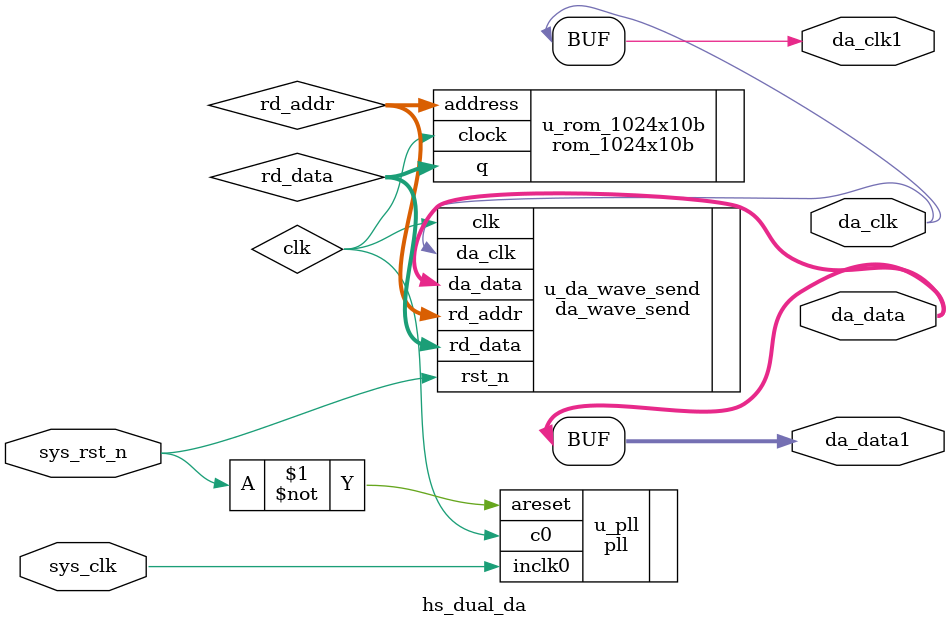
<source format=v>
module hs_dual_da(
    input           sys_clk,
    input           sys_rst_n,
    output          da_clk,
    output  [9:0]   da_data,
    output          da_clk1,
    output  [9:0]   da_data1
);

wire    [9:0]   rd_addr;
wire    [9:0]   rd_data;

assign da_clk1 = da_clk;
assign da_data1 = da_data;

pll u_pll(
    .areset     (~sys_rst_n),
    .inclk0     (sys_clk),
    .c0         (clk)
);

da_wave_send u_da_wave_send(
    .clk        (clk),
    .rst_n      (sys_rst_n),
    .rd_data    (rd_data),
    .rd_addr    (rd_addr),
    .da_clk     (da_clk),
    .da_data    (da_data)
);

rom_1024x10b u_rom_1024x10b(
    .clock      (clk),
    .address    (rd_addr),
    .q          (rd_data)
);

endmodule
</source>
